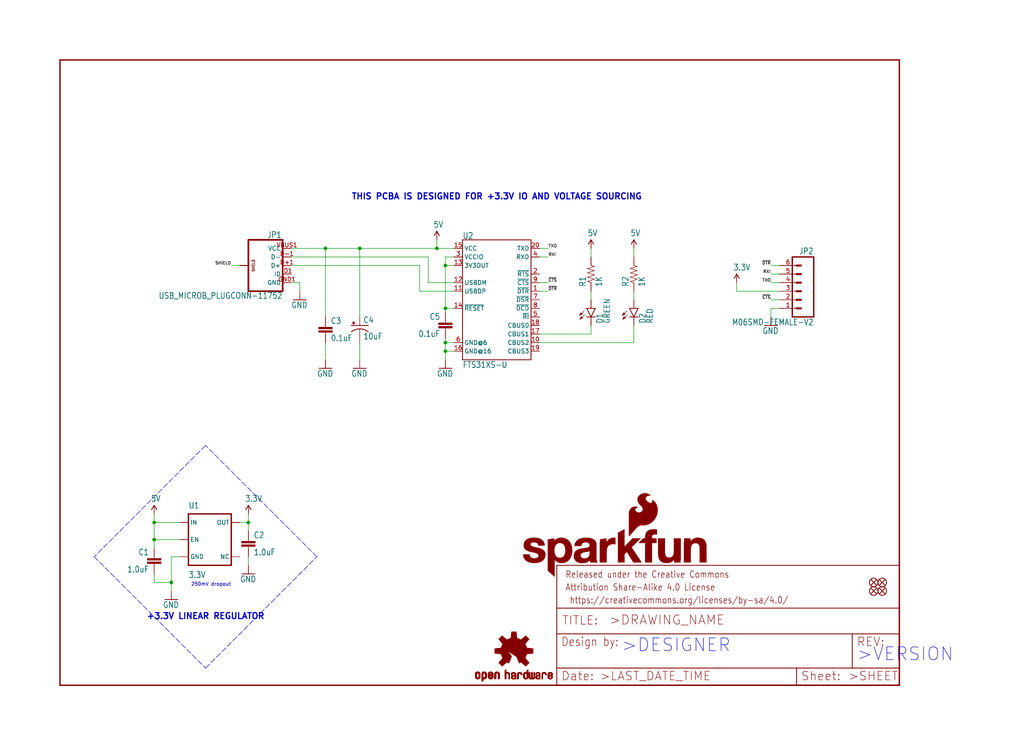
<source format=kicad_sch>
(kicad_sch (version 20211123) (generator eeschema)
  (paper "User" 303.657 223.926)
  (lib_symbols
    (symbol "eagleSchem-eagle-import:0.1UF-25V(+80{slash}-20%)(0603)"
      (property "Reference" "C" (at 1.524 2.921 0))
      (property "Value" "0.1UF-25V(+80{slash}-20%)(0603)" (at 1.524 -2.159 0))
      (symbol "0.1UF-25V(+80{slash}-20%)(0603)_1_0"
        (pin passive line (at 0 5.08 270) (length 2.54) (name "1") (number "1"))
        (pin passive line (at 0 -2.54 90) (length 2.54) (name "2") (number "2"))
      )
    )
    (symbol "eagleSchem-eagle-import:1.0UF-16V-10%(0603)"
      (property "Reference" "C" (at 1.524 2.921 0))
      (property "Value" "1.0UF-16V-10%(0603)" (at 1.524 -2.159 0))
      (symbol "1.0UF-16V-10%(0603)_1_0"
        (pin passive line (at 0 5.08 270) (length 2.54) (name "1") (number "1"))
        (pin passive line (at 0 -2.54 90) (length 2.54) (name "2") (number "2"))
      )
    )
    (symbol "eagleSchem-eagle-import:10UF-16V-10%(TANT)"
      (property "Reference" "C" (at 1.016 0.635 0))
      (property "Value" "10UF-16V-10%(TANT)" (at 1.016 -4.191 0))
      (symbol "10UF-16V-10%(TANT)_1_0"
        (pin passive line (at 0 2.54 270) (length 2.54) (name "+") (number "A"))
        (pin passive line (at 0 -5.08 90) (length 2.54) (name "-") (number "C"))
      )
    )
    (symbol "eagleSchem-eagle-import:1KOHM-1{slash}10W-1%(0603)"
      (property "Reference" "R" (at -3.81 1.4986 0))
      (property "Value" "1KOHM-1{slash}10W-1%(0603)" (at -3.81 -3.302 0))
      (symbol "1KOHM-1{slash}10W-1%(0603)_1_0"
        (pin passive line (at -5.08 0 0) (length 2.54) (name "1") (number "1"))
        (pin passive line (at 5.08 0 180) (length 2.54) (name "2") (number "2"))
      )
    )
    (symbol "eagleSchem-eagle-import:3.3V" (power)
      (property "Value" "3.3V" (at -1.016 3.556 0))
      (symbol "3.3V_1_0"
        (pin power_in line (at 0 0 90) (length 2.54) (name "3.3V") (number "1"))
      )
    )
    (symbol "eagleSchem-eagle-import:5V" (power)
      (property "Value" "5V" (at -1.016 3.556 0))
      (symbol "5V_1_0"
        (pin power_in line (at 0 0 90) (length 2.54) (name "5V") (number "1"))
      )
    )
    (symbol "eagleSchem-eagle-import:FIDUCIAL1X2")
    (symbol "eagleSchem-eagle-import:FRAME-LETTER"
      (symbol "FRAME-LETTER_2_0"
        (text " https://creativecommons.org/licenses/by-sa/4.0/" (at 2.54 24.13 0) (effects (font (size 1.9304 1.6408)) (justify left bottom)))
        (text ">DRAWING_NAME" (at 15.494 17.78 0) (effects (font (size 2.7432 2.7432)) (justify left bottom)))
        (text ">LAST_DATE_TIME" (at 12.7 1.27 0) (effects (font (size 2.54 2.54)) (justify left bottom)))
        (text ">SHEET" (at 86.36 1.27 0) (effects (font (size 2.54 2.54)) (justify left bottom)))
        (text "Attribution Share-Alike 4.0 License" (at 2.54 27.94 0) (effects (font (size 1.9304 1.6408)) (justify left bottom)))
        (text "Date:" (at 1.27 1.27 0) (effects (font (size 2.54 2.54)) (justify left bottom)))
        (text "Design by:" (at 1.27 11.43 0) (effects (font (size 2.54 2.159)) (justify left bottom)))
        (text "Released under the Creative Commons" (at 2.54 31.75 0) (effects (font (size 1.9304 1.6408)) (justify left bottom)))
        (text "REV:" (at 88.9 11.43 0) (effects (font (size 2.54 2.54)) (justify left bottom)))
        (text "Sheet:" (at 72.39 1.27 0) (effects (font (size 2.54 2.54)) (justify left bottom)))
        (text "TITLE:" (at 1.524 17.78 0) (effects (font (size 2.54 2.54)) (justify left bottom)))
      )
    )
    (symbol "eagleSchem-eagle-import:FT231XS"
      (property "Reference" "U" (at -10.16 18.034 0))
      (property "Value" "FT231XS" (at -10.16 -18.288 0))
      (symbol "FT231XS_1_0"
        (pin bidirectional line (at 12.7 2.54 180) (length 2.54) (name "~{DTR}") (number "1"))
        (pin bidirectional line (at 12.7 -12.7 180) (length 2.54) (name "CBUS2") (number "10"))
        (pin bidirectional line (at -12.7 2.54 0) (length 2.54) (name "USBDP") (number "11"))
        (pin bidirectional line (at -12.7 5.08 0) (length 2.54) (name "USBDM") (number "12"))
        (pin bidirectional line (at -12.7 10.16 0) (length 2.54) (name "3V3OUT") (number "13"))
        (pin bidirectional line (at -12.7 -2.54 0) (length 2.54) (name "~{RESET}") (number "14"))
        (pin bidirectional line (at -12.7 15.24 0) (length 2.54) (name "VCC") (number "15"))
        (pin bidirectional line (at -12.7 -15.24 0) (length 2.54) (name "GND@16") (number "16"))
        (pin bidirectional line (at 12.7 -10.16 180) (length 2.54) (name "CBUS1") (number "17"))
        (pin bidirectional line (at 12.7 -7.62 180) (length 2.54) (name "CBUS0") (number "18"))
        (pin bidirectional line (at 12.7 -15.24 180) (length 2.54) (name "CBUS3") (number "19"))
        (pin bidirectional line (at 12.7 7.62 180) (length 2.54) (name "~{RTS}") (number "2"))
        (pin bidirectional line (at 12.7 15.24 180) (length 2.54) (name "TXD") (number "20"))
        (pin bidirectional line (at -12.7 12.7 0) (length 2.54) (name "VCCIO") (number "3"))
        (pin bidirectional line (at 12.7 12.7 180) (length 2.54) (name "RXD") (number "4"))
        (pin bidirectional line (at 12.7 -5.08 180) (length 2.54) (name "~{RI}") (number "5"))
        (pin bidirectional line (at -12.7 -12.7 0) (length 2.54) (name "GND@6") (number "6"))
        (pin bidirectional line (at 12.7 0 180) (length 2.54) (name "~{DSR}") (number "7"))
        (pin bidirectional line (at 12.7 -2.54 180) (length 2.54) (name "~{DCD}") (number "8"))
        (pin bidirectional line (at 12.7 5.08 180) (length 2.54) (name "~{CTS}") (number "9"))
      )
    )
    (symbol "eagleSchem-eagle-import:GND" (power)
      (property "Value" "GND" (at -2.54 -2.54 0))
      (symbol "GND_1_0"
        (pin power_in line (at 0 2.54 270) (length 2.54) (name "GND") (number "1"))
      )
    )
    (symbol "eagleSchem-eagle-import:LED-GREEN0603"
      (property "Reference" "D" (at 3.556 -4.572 90))
      (property "Value" "LED-GREEN0603" (at 5.715 -4.572 90))
      (symbol "LED-GREEN0603_1_0"
        (pin passive line (at 0 2.54 270) (length 2.54) (name "A") (number "A"))
        (pin passive line (at 0 -5.08 90) (length 2.54) (name "C") (number "C"))
      )
    )
    (symbol "eagleSchem-eagle-import:LED-RED0603"
      (property "Reference" "D" (at 3.556 -4.572 90))
      (property "Value" "LED-RED0603" (at 5.715 -4.572 90))
      (symbol "LED-RED0603_1_0"
        (pin passive line (at 0 2.54 270) (length 2.54) (name "A") (number "A"))
        (pin passive line (at 0 -5.08 90) (length 2.54) (name "C") (number "C"))
      )
    )
    (symbol "eagleSchem-eagle-import:M06SMD-FEMALE-V2"
      (property "Reference" "JP" (at -5.08 10.922 0))
      (property "Value" "M06SMD-FEMALE-V2" (at -5.08 -10.16 0))
      (symbol "M06SMD-FEMALE-V2_1_0"
        (pin passive line (at 5.08 -5.08 180) (length 5.08) (name "1") (number "1"))
        (pin passive line (at 5.08 -2.54 180) (length 5.08) (name "2") (number "2"))
        (pin passive line (at 5.08 0 180) (length 5.08) (name "3") (number "3"))
        (pin passive line (at 5.08 2.54 180) (length 5.08) (name "4") (number "4"))
        (pin passive line (at 5.08 5.08 180) (length 5.08) (name "5") (number "5"))
        (pin passive line (at 5.08 7.62 180) (length 5.08) (name "6") (number "6"))
      )
    )
    (symbol "eagleSchem-eagle-import:OSHW-LOGOS")
    (symbol "eagleSchem-eagle-import:SFE_LOGO_FLAME.1_INCH")
    (symbol "eagleSchem-eagle-import:SFE_LOGO_NAME.1_INCH")
    (symbol "eagleSchem-eagle-import:USB_MICROB_PLUGCONN-11752"
      (property "Reference" "JP" (at -4.826 8.128 0))
      (property "Value" "USB_MICROB_PLUGCONN-11752" (at -5.08 -9.906 0))
      (symbol "USB_MICROB_PLUGCONN-11752_1_0"
        (text "SHIELD" (at 4.064 0 900) (effects (font (size 0.8128 0.6908)) (justify bottom)))
        (pin bidirectional line (at -7.62 0 0) (length 2.54) (name "D+") (number "D+1"))
        (pin bidirectional line (at -7.62 2.54 0) (length 2.54) (name "D-") (number "D-1"))
        (pin bidirectional line (at -7.62 -5.08 0) (length 2.54) (name "GND") (number "GND1"))
        (pin bidirectional line (at -7.62 -2.54 0) (length 2.54) (name "ID") (number "ID1"))
        (pin bidirectional line (at 7.62 0 180) (length 2.54) (name "SHIELD") (number "SHIELD1"))
        (pin bidirectional line (at 7.62 0 180) (length 2.54) (name "SHIELD") (number "SHIELD2"))
        (pin bidirectional line (at 7.62 0 180) (length 2.54) (name "SHIELD") (number "SHIELD3"))
        (pin bidirectional line (at -7.62 5.08 0) (length 2.54) (name "VCC") (number "VBUS1"))
      )
    )
    (symbol "eagleSchem-eagle-import:V_REG_AP2112K-3.3V"
      (property "Reference" "U" (at -7.62 9.144 0))
      (property "Value" "V_REG_AP2112K-3.3V" (at -7.62 -11.43 0))
      (symbol "V_REG_AP2112K-3.3V_1_0"
        (pin input line (at -10.16 5.08 0) (length 2.54) (name "IN") (number "1"))
        (pin input line (at -10.16 -5.08 0) (length 2.54) (name "GND") (number "2"))
        (pin input line (at -10.16 0 0) (length 2.54) (name "EN") (number "3"))
        (pin input line (at 7.62 -5.08 180) (length 2.54) (name "NC") (number "4"))
        (pin passive line (at 7.62 5.08 180) (length 2.54) (name "OUT") (number "5"))
      )
    )
  )
  (junction (at 50.8 172.72))
  (junction (at 132.08 91.44))
  (junction (at 132.08 104.14))
  (junction (at 73.66 154.94))
  (junction (at 132.08 101.6))
  (junction (at 129.54 73.66))
  (junction (at 45.72 154.94))
  (junction (at 106.68 73.66))
  (junction (at 132.08 78.74))
  (junction (at 45.72 160.02))
  (junction (at 96.52 73.66))
  (wire (pts (xy 134.62 91.44) (xy 132.08 91.44)))
  (wire (pts (xy 134.62 78.74) (xy 132.08 78.74)))
  (wire (pts (xy 106.68 106.68) (xy 106.68 101.6)))
  (wire (pts (xy 132.08 76.2) (xy 132.08 78.74)))
  (wire (pts (xy 53.34 154.94) (xy 45.72 154.94)))
  (wire (pts (xy 132.08 101.6) (xy 134.62 101.6)))
  (wire (pts (xy 132.08 91.44) (xy 132.08 92.71)))
  (wire (pts (xy 50.8 165.1) (xy 50.8 172.72)))
  (wire (pts (xy 187.96 86.36) (xy 187.96 88.9)))
  (wire (pts (xy 106.68 93.98) (xy 106.68 73.66)))
  (wire (pts (xy 160.02 76.2) (xy 162.56 76.2)))
  (wire (pts (xy 88.9 86.36) (xy 88.9 83.82)))
  (wire (pts (xy 86.36 78.74) (xy 124.46 78.74)))
  (wire (pts (xy 187.96 101.6) (xy 160.02 101.6)))
  (wire (pts (xy 127 76.2) (xy 127 83.82)))
  (wire (pts (xy 160.02 73.66) (xy 162.56 73.66)))
  (wire (pts (xy 96.52 101.6) (xy 96.52 106.68)))
  (wire (pts (xy 134.62 104.14) (xy 132.08 104.14)))
  (wire (pts (xy 218.44 83.82) (xy 218.44 86.36)))
  (wire (pts (xy 228.6 91.44) (xy 228.6 93.98)))
  (wire (pts (xy 134.62 76.2) (xy 132.08 76.2)))
  (wire (pts (xy 160.02 86.36) (xy 162.56 86.36)))
  (wire (pts (xy 187.96 73.66) (xy 187.96 76.2)))
  (wire (pts (xy 124.46 78.74) (xy 124.46 86.36)))
  (polyline (pts (xy 27.94 165.1) (xy 60.96 198.12)))
  (wire (pts (xy 45.72 170.18) (xy 45.72 172.72)))
  (wire (pts (xy 160.02 83.82) (xy 162.56 83.82)))
  (wire (pts (xy 129.54 73.66) (xy 129.54 71.12)))
  (wire (pts (xy 73.66 154.94) (xy 73.66 152.4)))
  (wire (pts (xy 45.72 160.02) (xy 45.72 154.94)))
  (wire (pts (xy 187.96 96.52) (xy 187.96 101.6)))
  (wire (pts (xy 175.26 96.52) (xy 175.26 99.06)))
  (wire (pts (xy 132.08 101.6) (xy 132.08 104.14)))
  (wire (pts (xy 175.26 73.66) (xy 175.26 76.2)))
  (wire (pts (xy 53.34 165.1) (xy 50.8 165.1)))
  (polyline (pts (xy 60.96 132.08) (xy 27.94 165.1)))
  (wire (pts (xy 132.08 106.68) (xy 132.08 104.14)))
  (wire (pts (xy 175.26 86.36) (xy 175.26 88.9)))
  (wire (pts (xy 96.52 73.66) (xy 106.68 73.66)))
  (wire (pts (xy 45.72 162.56) (xy 45.72 160.02)))
  (wire (pts (xy 88.9 83.82) (xy 86.36 83.82)))
  (wire (pts (xy 45.72 172.72) (xy 50.8 172.72)))
  (wire (pts (xy 218.44 86.36) (xy 231.14 86.36)))
  (wire (pts (xy 231.14 91.44) (xy 228.6 91.44)))
  (wire (pts (xy 96.52 93.98) (xy 96.52 73.66)))
  (wire (pts (xy 132.08 100.33) (xy 132.08 101.6)))
  (wire (pts (xy 231.14 81.28) (xy 228.6 81.28)))
  (wire (pts (xy 231.14 78.74) (xy 228.6 78.74)))
  (wire (pts (xy 53.34 160.02) (xy 45.72 160.02)))
  (wire (pts (xy 73.66 165.1) (xy 73.66 167.64)))
  (wire (pts (xy 73.66 154.94) (xy 73.66 157.48)))
  (wire (pts (xy 127 83.82) (xy 134.62 83.82)))
  (wire (pts (xy 50.8 172.72) (xy 50.8 175.26)))
  (wire (pts (xy 124.46 86.36) (xy 134.62 86.36)))
  (wire (pts (xy 231.14 88.9) (xy 228.6 88.9)))
  (polyline (pts (xy 93.98 165.1) (xy 60.96 132.08)))
  (wire (pts (xy 129.54 73.66) (xy 134.62 73.66)))
  (wire (pts (xy 45.72 154.94) (xy 45.72 152.4)))
  (wire (pts (xy 71.12 78.74) (xy 68.58 78.74)))
  (wire (pts (xy 96.52 73.66) (xy 86.36 73.66)))
  (wire (pts (xy 106.68 73.66) (xy 129.54 73.66)))
  (wire (pts (xy 71.12 154.94) (xy 73.66 154.94)))
  (wire (pts (xy 86.36 76.2) (xy 127 76.2)))
  (wire (pts (xy 132.08 78.74) (xy 132.08 91.44)))
  (wire (pts (xy 231.14 83.82) (xy 228.6 83.82)))
  (polyline (pts (xy 60.96 198.12) (xy 93.98 165.1)))
  (wire (pts (xy 175.26 99.06) (xy 160.02 99.06)))
  (text ">VERSION" (at 254 196.342 180) (effects (font (size 3.81 3.81)) (justify left bottom)))
  (text "THIS PCBA IS DESIGNED FOR +3.3V IO AND VOLTAGE SOURCING" (at 147.32 58.42 0) (effects (font (size 1.778 1.778) (thickness 0.3556) bold)))
  (text "250mV dropout" (at 56.642 173.99 180) (effects (font (size 1.016 1.016)) (justify left bottom)))
  (text "+3.3V LINEAR REGULATOR" (at 60.96 182.88 180) (effects (font (size 1.778 1.778) (thickness 0.3556) bold)))
  (text ">DESIGNER" (at 184.15 189.23 180) (effects (font (size 3.81 3.81)) (justify left top)))
  (label "RXI" (at 162.56 76.2 0) (effects (font (size 0.889 0.889))))
  (label "~{DTR}" (at 228.6 78.74 180) (effects (font (size 0.889 0.889))))
  (label "TXO" (at 162.56 73.66 0) (effects (font (size 0.889 0.889))))
  (label "TXO" (at 228.6 83.82 180) (effects (font (size 0.889 0.889))))
  (label "~{DTR}" (at 162.56 86.36 0) (effects (font (size 0.889 0.889))))
  (label "RXI" (at 228.6 81.28 180) (effects (font (size 0.889 0.889))))
  (label "~{CTS}" (at 162.56 83.82 0) (effects (font (size 0.889 0.889))))
  (label "SHIELD" (at 68.58 78.74 180) (effects (font (size 0.889 0.889))))
  (label "~{CTS}" (at 228.6 88.9 180) (effects (font (size 0.889 0.889))))
  (symbol (lib_id "eagleSchem-eagle-import:GND") (at 73.66 170.18 0) (unit 1)
    (property "Reference" "#GND2" (effects hide))
    (property "Value" "GND" (at 71.12 172.72 0) (effects (font (size 1.778 1.5113)) (justify left bottom)))
    (property "Footprint" "eagleSchem:" (effects hide))
  )
  (symbol (lib_id "eagleSchem-eagle-import:10UF-16V-10%(TANT)") (at 106.68 96.52 0) (unit 1)
    (property "Reference" "C4" (at 107.696 95.885 0) (effects (font (size 1.778 1.5113)) (justify left bottom)))
    (property "Value" "10uF" (at 107.696 100.711 0) (effects (font (size 1.778 1.5113)) (justify left bottom)))
    (property "Footprint" "eagleSchem:EIA3216" (effects hide))
  )
  (symbol (lib_id "eagleSchem-eagle-import:V_REG_AP2112K-3.3V") (at 63.5 160.02 0) (unit 1)
    (property "Reference" "U1" (at 55.88 150.876 0) (effects (font (size 1.778 1.5113)) (justify left bottom)))
    (property "Value" "3.3V" (at 55.88 171.45 0) (effects (font (size 1.778 1.5113)) (justify left bottom)))
    (property "Footprint" "eagleSchem:SOT23-5" (effects hide))
  )
  (symbol (lib_id "eagleSchem-eagle-import:SFE_LOGO_FLAME.1_INCH") (at 186.182 159.512 0) (unit 1)
    (property "Reference" "LOGO3" (effects hide))
    (property "Value" "SFE_LOGO_FLAME.1_INCH" (effects hide))
    (property "Footprint" "eagleSchem:SFE_LOGO_FLAME_.1" (effects hide))
  )
  (symbol (lib_id "eagleSchem-eagle-import:FIDUCIAL1X2") (at 259.08 172.72 0) (unit 1)
    (property "Reference" "JP3" (effects hide))
    (property "Value" "FIDUCIAL1X2" (effects hide))
    (property "Footprint" "eagleSchem:FIDUCIAL-1X2" (effects hide))
  )
  (symbol (lib_id "eagleSchem-eagle-import:5V") (at 45.72 152.4 0) (unit 1)
    (property "Reference" "#SUPPLY1" (effects hide))
    (property "Value" "5V" (at 44.704 148.844 0) (effects (font (size 1.778 1.5113)) (justify left bottom)))
    (property "Footprint" "eagleSchem:" (effects hide))
  )
  (symbol (lib_id "eagleSchem-eagle-import:FRAME-LETTER") (at 165.1 203.2 0) (unit 2)
    (property "Reference" "FRAME1" (effects hide))
    (property "Value" "FRAME-LETTER" (effects hide))
    (property "Footprint" "eagleSchem:CREATIVE_COMMONS" (effects hide))
  )
  (symbol (lib_id "eagleSchem-eagle-import:1KOHM-1{slash}10W-1%(0603)") (at 175.26 81.28 90) (unit 1)
    (property "Reference" "R1" (at 173.7614 85.09 0) (effects (font (size 1.778 1.5113)) (justify left bottom)))
    (property "Value" "1K" (at 178.562 85.09 0) (effects (font (size 1.778 1.5113)) (justify left bottom)))
    (property "Footprint" "eagleSchem:0603-RES" (effects hide))
  )
  (symbol (lib_id "eagleSchem-eagle-import:GND") (at 228.6 96.52 0) (unit 1)
    (property "Reference" "#GND7" (effects hide))
    (property "Value" "GND" (at 226.06 99.06 0) (effects (font (size 1.778 1.5113)) (justify left bottom)))
    (property "Footprint" "eagleSchem:" (effects hide))
  )
  (symbol (lib_id "eagleSchem-eagle-import:FRAME-LETTER") (at 17.78 203.2 0) (unit 1)
    (property "Reference" "FRAME1" (effects hide))
    (property "Value" "FRAME-LETTER" (effects hide))
    (property "Footprint" "eagleSchem:CREATIVE_COMMONS" (effects hide))
  )
  (symbol (lib_id "eagleSchem-eagle-import:1KOHM-1{slash}10W-1%(0603)") (at 187.96 81.28 90) (unit 1)
    (property "Reference" "R2" (at 186.4614 85.09 0) (effects (font (size 1.778 1.5113)) (justify left bottom)))
    (property "Value" "1K" (at 191.262 85.09 0) (effects (font (size 1.778 1.5113)) (justify left bottom)))
    (property "Footprint" "eagleSchem:0603-RES" (effects hide))
  )
  (symbol (lib_id "eagleSchem-eagle-import:GND") (at 106.68 109.22 0) (unit 1)
    (property "Reference" "#GND5" (effects hide))
    (property "Value" "GND" (at 104.14 111.76 0) (effects (font (size 1.778 1.5113)) (justify left bottom)))
    (property "Footprint" "eagleSchem:" (effects hide))
  )
  (symbol (lib_id "eagleSchem-eagle-import:LED-RED0603") (at 187.96 91.44 0) (unit 1)
    (property "Reference" "D2" (at 191.516 96.012 90) (effects (font (size 1.778 1.5113)) (justify left bottom)))
    (property "Value" "RED" (at 193.675 96.012 90) (effects (font (size 1.778 1.5113)) (justify left bottom)))
    (property "Footprint" "eagleSchem:LED-0603" (effects hide))
  )
  (symbol (lib_id "eagleSchem-eagle-import:0.1UF-25V(+80{slash}-20%)(0603)") (at 132.08 97.79 0) (mirror y) (unit 1)
    (property "Reference" "C5" (at 130.556 94.869 0) (effects (font (size 1.778 1.5113)) (justify left bottom)))
    (property "Value" "0.1uF" (at 130.556 99.949 0) (effects (font (size 1.778 1.5113)) (justify left bottom)))
    (property "Footprint" "eagleSchem:0603-CAP" (effects hide))
  )
  (symbol (lib_id "eagleSchem-eagle-import:FIDUCIAL1X2") (at 261.62 175.26 0) (unit 1)
    (property "Reference" "JP6" (effects hide))
    (property "Value" "FIDUCIAL1X2" (effects hide))
    (property "Footprint" "eagleSchem:FIDUCIAL-1X2" (effects hide))
  )
  (symbol (lib_id "eagleSchem-eagle-import:1.0UF-16V-10%(0603)") (at 45.72 167.64 0) (mirror y) (unit 1)
    (property "Reference" "C1" (at 44.196 164.719 0) (effects (font (size 1.778 1.5113)) (justify left bottom)))
    (property "Value" "1.0uF" (at 44.196 169.799 0) (effects (font (size 1.778 1.5113)) (justify left bottom)))
    (property "Footprint" "eagleSchem:0603-CAP" (effects hide))
  )
  (symbol (lib_id "eagleSchem-eagle-import:3.3V") (at 73.66 152.4 0) (unit 1)
    (property "Reference" "#SUPPLY2" (effects hide))
    (property "Value" "3.3V" (at 72.644 148.844 0) (effects (font (size 1.778 1.5113)) (justify left bottom)))
    (property "Footprint" "eagleSchem:" (effects hide))
  )
  (symbol (lib_id "eagleSchem-eagle-import:GND") (at 132.08 109.22 0) (unit 1)
    (property "Reference" "#GND6" (effects hide))
    (property "Value" "GND" (at 129.54 111.76 0) (effects (font (size 1.778 1.5113)) (justify left bottom)))
    (property "Footprint" "eagleSchem:" (effects hide))
  )
  (symbol (lib_id "eagleSchem-eagle-import:LED-GREEN0603") (at 175.26 91.44 0) (unit 1)
    (property "Reference" "D1" (at 178.816 96.012 90) (effects (font (size 1.778 1.5113)) (justify left bottom)))
    (property "Value" "GREEN" (at 180.975 96.012 90) (effects (font (size 1.778 1.5113)) (justify left bottom)))
    (property "Footprint" "eagleSchem:LED-0603" (effects hide))
  )
  (symbol (lib_id "eagleSchem-eagle-import:OSHW-LOGOS") (at 152.4 193.04 0) (unit 1)
    (property "Reference" "LOGO1" (effects hide))
    (property "Value" "OSHW-LOGOS" (effects hide))
    (property "Footprint" "eagleSchem:OSHW-LOGO-S" (effects hide))
  )
  (symbol (lib_id "eagleSchem-eagle-import:FT231XS") (at 147.32 88.9 0) (unit 1)
    (property "Reference" "U2" (at 137.16 70.866 0) (effects (font (size 1.778 1.5113)) (justify left bottom)))
    (property "Value" "FTS31XS-U" (at 137.16 107.188 0) (effects (font (size 1.778 1.5113)) (justify left top)))
    (property "Footprint" "eagleSchem:SSOP20_L" (effects hide))
  )
  (symbol (lib_id "eagleSchem-eagle-import:1.0UF-16V-10%(0603)") (at 73.66 162.56 0) (unit 1)
    (property "Reference" "C2" (at 75.184 159.639 0) (effects (font (size 1.778 1.5113)) (justify left bottom)))
    (property "Value" "1.0uF" (at 75.184 164.719 0) (effects (font (size 1.778 1.5113)) (justify left bottom)))
    (property "Footprint" "eagleSchem:0603-CAP" (effects hide))
  )
  (symbol (lib_id "eagleSchem-eagle-import:5V") (at 129.54 71.12 0) (unit 1)
    (property "Reference" "#SUPPLY3" (effects hide))
    (property "Value" "5V" (at 128.524 67.564 0) (effects (font (size 1.778 1.5113)) (justify left bottom)))
    (property "Footprint" "eagleSchem:" (effects hide))
  )
  (symbol (lib_id "eagleSchem-eagle-import:5V") (at 187.96 73.66 0) (unit 1)
    (property "Reference" "#SUPPLY5" (effects hide))
    (property "Value" "5V" (at 186.944 70.104 0) (effects (font (size 1.778 1.5113)) (justify left bottom)))
    (property "Footprint" "eagleSchem:" (effects hide))
  )
  (symbol (lib_id "eagleSchem-eagle-import:M06SMD-FEMALE-V2") (at 236.22 86.36 0) (mirror y) (unit 1)
    (property "Reference" "JP2" (at 241.3 75.438 0) (effects (font (size 1.778 1.5113)) (justify left bottom)))
    (property "Value" "M06SMD-FEMALE-V2" (at 241.3 96.52 0) (effects (font (size 1.778 1.5113)) (justify left bottom)))
    (property "Footprint" "eagleSchem:1X06-SMD-FEMALE-V2" (effects hide))
  )
  (symbol (lib_id "eagleSchem-eagle-import:GND") (at 50.8 177.8 0) (unit 1)
    (property "Reference" "#GND1" (effects hide))
    (property "Value" "GND" (at 48.26 180.34 0) (effects (font (size 1.778 1.5113)) (justify left bottom)))
    (property "Footprint" "eagleSchem:" (effects hide))
  )
  (symbol (lib_id "eagleSchem-eagle-import:SFE_LOGO_NAME.1_INCH") (at 153.162 170.942 0) (unit 1)
    (property "Reference" "LOGO2" (effects hide))
    (property "Value" "SFE_LOGO_NAME.1_INCH" (effects hide))
    (property "Footprint" "eagleSchem:SFE_LOGO_NAME_.1" (effects hide))
  )
  (symbol (lib_id "eagleSchem-eagle-import:FIDUCIAL1X2") (at 261.62 172.72 0) (unit 1)
    (property "Reference" "JP5" (effects hide))
    (property "Value" "FIDUCIAL1X2" (effects hide))
    (property "Footprint" "eagleSchem:FIDUCIAL-1X2" (effects hide))
  )
  (symbol (lib_id "eagleSchem-eagle-import:FIDUCIAL1X2") (at 259.08 175.26 0) (unit 1)
    (property "Reference" "JP4" (effects hide))
    (property "Value" "FIDUCIAL1X2" (effects hide))
    (property "Footprint" "eagleSchem:FIDUCIAL-1X2" (effects hide))
  )
  (symbol (lib_id "eagleSchem-eagle-import:5V") (at 175.26 73.66 0) (unit 1)
    (property "Reference" "#SUPPLY4" (effects hide))
    (property "Value" "5V" (at 174.244 70.104 0) (effects (font (size 1.778 1.5113)) (justify left bottom)))
    (property "Footprint" "eagleSchem:" (effects hide))
  )
  (symbol (lib_id "eagleSchem-eagle-import:0.1UF-25V(+80{slash}-20%)(0603)") (at 96.52 99.06 0) (unit 1)
    (property "Reference" "C3" (at 98.044 96.139 0) (effects (font (size 1.778 1.5113)) (justify left bottom)))
    (property "Value" "0.1uF" (at 98.044 101.219 0) (effects (font (size 1.778 1.5113)) (justify left bottom)))
    (property "Footprint" "eagleSchem:0603-CAP" (effects hide))
  )
  (symbol (lib_id "eagleSchem-eagle-import:GND") (at 96.52 109.22 0) (unit 1)
    (property "Reference" "#GND4" (effects hide))
    (property "Value" "GND" (at 93.98 111.76 0) (effects (font (size 1.778 1.5113)) (justify left bottom)))
    (property "Footprint" "eagleSchem:" (effects hide))
  )
  (symbol (lib_id "eagleSchem-eagle-import:GND") (at 88.9 88.9 0) (unit 1)
    (property "Reference" "#GND3" (effects hide))
    (property "Value" "GND" (at 86.36 91.44 0) (effects (font (size 1.778 1.5113)) (justify left bottom)))
    (property "Footprint" "eagleSchem:" (effects hide))
  )
  (symbol (lib_id "eagleSchem-eagle-import:3.3V") (at 218.44 83.82 0) (unit 1)
    (property "Reference" "#SUPPLY6" (effects hide))
    (property "Value" "3.3V" (at 217.424 80.264 0) (effects (font (size 1.778 1.5113)) (justify left bottom)))
    (property "Footprint" "eagleSchem:" (effects hide))
  )
  (symbol (lib_id "eagleSchem-eagle-import:USB_MICROB_PLUGCONN-11752") (at 78.74 78.74 0) (mirror y) (unit 1)
    (property "Reference" "JP1" (at 83.566 70.612 0) (effects (font (size 1.778 1.5113)) (justify left bottom)))
    (property "Value" "USB_MICROB_PLUGCONN-11752" (at 83.82 88.646 0) (effects (font (size 1.778 1.5113)) (justify left bottom)))
    (property "Footprint" "eagleSchem:USB-B-MICRO-SMD_V03" (effects hide))
  )
)
</source>
